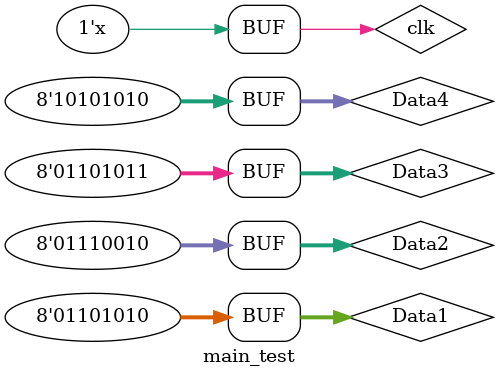
<source format=v>
`timescale 1ns / 1ps


module main_test;

	// Inputs
	reg clk;

	// Outputs
	wire IM_Data_out;
	
	reg [7:0] Data1, Data2, Data3, Data4;

	// Instantiate the Unit Under Test (UUT)
	main uut (
		.clk(clk), 
		.Data1(Data1),
		.Data2(Data2),
		.Data3(Data3),
		.Data4(Data4),
		.IM_Data_out(IM_Data_out)
	);

	initial begin
		// Initialize Inputs
		clk = 0;

		// Wait 100 ns for global reset to finish
		
		#100
		Data1 = 8'b10000000;
		Data2 = 8'b00001000;
		Data3 = 8'b00100000;
		Data4 = 8'b00000010;
		
		#100
		Data1 = 8'b11000000;
		Data2 = 8'b00001100;
		Data3 = 8'b00110000;
		Data4 = 8'b00000011;
		
		#100
		Data1 = 8'b01101010;
		Data2 = 8'b01110010;
		Data3 = 8'b01101011;
		Data4 = 8'b10101010;
		
		// Add stimulus here

	end
	
	always begin
		#5 clk=~clk;
	end	
	   
endmodule


</source>
